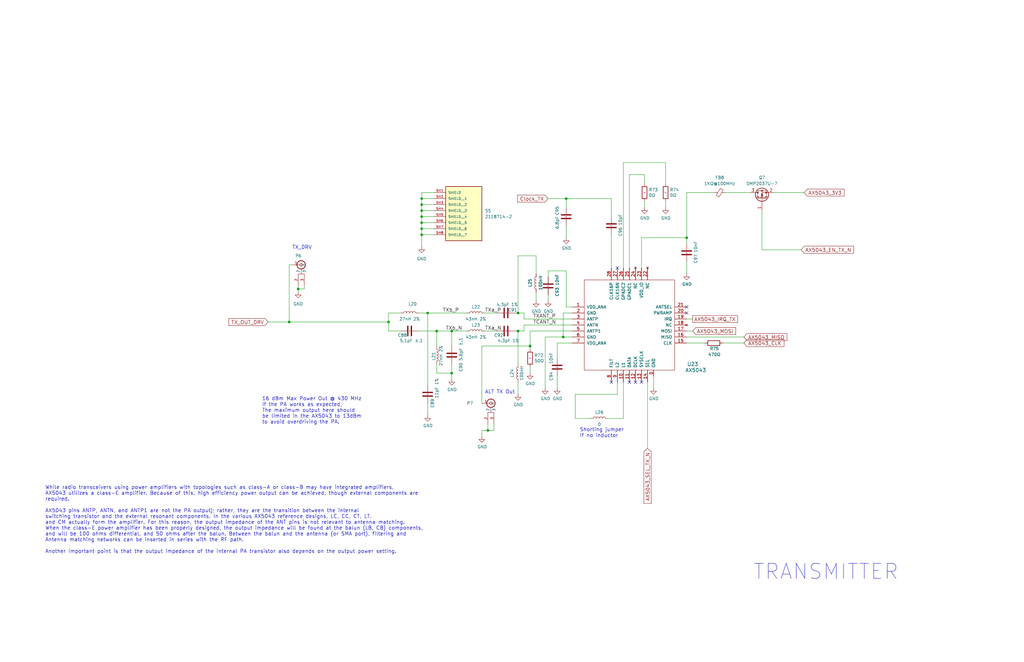
<source format=kicad_sch>
(kicad_sch (version 20250114) (generator "eeschema") (generator_version "9.0")
  (paper "USLedger")
  (title_block (title "Radiation Tolerant PacSat Communication") (date "2023-06-17") (rev "A") (company "AMSAT-NA") (comment 1 "N5BRG"))
  (lib_symbols
    (symbol "Device:C" (pin_numbers (hide yes)) (pin_names (offset 0.254))
      (property "Reference" "C" (at 0.635 2.54 0))
      (property "Value" "C" (at 0.635 -2.54 0))
      (symbol "C_0_1"
        (polyline (pts (xy -2.032 0.762) (xy 2.032 0.762)) (stroke (width 0.508)))
        (polyline (pts (xy -2.032 -0.762) (xy 2.032 -0.762)) (stroke (width 0.508)))
      )
      (symbol "C_1_1"
        (pin passive line (at 0 3.81 270) (length 2.794) (name "~") (number "1"))
        (pin passive line (at 0 -3.81 90) (length 2.794) (name "~") (number "2"))
      )
    )
    (symbol "Device:FerriteBead_Small" (pin_numbers (hide yes)) (pin_names (offset 0))
      (property "Reference" "FB" (at 1.905 1.27 0))
      (property "Value" "FerriteBead_Small" (at 1.905 -1.27 0))
      (symbol "FerriteBead_Small_0_1"
        (polyline (pts (xy -1.8288 0.2794) (xy -1.1176 1.4986) (xy 1.8288 -0.2032) (xy 1.1176 -1.4224) (xy -1.8288 0.2794)))
        (polyline (pts (xy 0 0.889) (xy 0 1.2954)))
        (polyline (pts (xy 0 -1.27) (xy 0 -0.7874)))
      )
      (symbol "FerriteBead_Small_1_1"
        (pin passive line (at 0 2.54 270) (length 1.27) (name "~") (number "1"))
        (pin passive line (at 0 -2.54 90) (length 1.27) (name "~") (number "2"))
      )
    )
    (symbol "Device:L" (pin_numbers (hide yes)) (pin_names (offset 1.016) (hide yes))
      (property "Reference" "L" (at -1.27 0 90))
      (property "Value" "L" (at 1.905 0 90))
      (symbol "L_0_1"
        (arc (start 0 2.54) (mid 0.6323 1.905) (end 0 1.27))
        (arc (start 0 1.27) (mid 0.6323 0.635) (end 0 0))
        (arc (start 0 0) (mid 0.6323 -0.635) (end 0 -1.27))
        (arc (start 0 -1.27) (mid 0.6323 -1.905) (end 0 -2.54))
      )
      (symbol "L_1_1"
        (pin passive line (at 0 3.81 270) (length 1.27) (name "1") (number "1"))
        (pin passive line (at 0 -3.81 90) (length 1.27) (name "2") (number "2"))
      )
    )
    (symbol "Device:R" (pin_numbers (hide yes)) (pin_names (offset 0))
      (property "Reference" "R" (at 2.032 0 90))
      (property "Value" "R" (at 0 0 90))
      (symbol "R_0_1"
        (rectangle (start -1.016 -2.54) (end 1.016 2.54) (stroke (width 0.254)))
      )
      (symbol "R_1_1"
        (pin passive line (at 0 3.81 270) (length 1.27) (name "~") (number "1"))
        (pin passive line (at 0 -3.81 90) (length 1.27) (name "~") (number "2"))
      )
    )
    (symbol "PACSAT_DEV_misc:2118714-2" (pin_names (offset 1.016))
      (property "Reference" "J" (at -7.62 3.302 0))
      (property "Value" "2118714-2" (at -7.62 -22.86 0))
      (symbol "2118714-2_0_0"
        (rectangle (start -7.62 -20.32) (end 7.62 2.54) (stroke (width 0.254)) (fill (type background)))
        (pin passive line (at -12.7 0 0) (length 5.08) (name "SHIELD") (number "SH1"))
        (pin passive line (at -12.7 -2.54 0) (length 5.08) (name "SHIELD__1") (number "SH2"))
        (pin passive line (at -12.7 -5.08 0) (length 5.08) (name "SHIELD__2") (number "SH3"))
        (pin passive line (at -12.7 -7.62 0) (length 5.08) (name "SHIELD__3") (number "SH4"))
        (pin passive line (at -12.7 -10.16 0) (length 5.08) (name "SHIELD__4") (number "SH5"))
        (pin passive line (at -12.7 -12.7 0) (length 5.08) (name "SHIELD__5") (number "SH6"))
        (pin passive line (at -12.7 -15.24 0) (length 5.08) (name "SHIELD__6") (number "SH7"))
        (pin passive line (at -12.7 -17.78 0) (length 5.08) (name "SHIELD__7") (number "SH8"))
      )
    )
    (symbol "PACSAT_DEV_misc:AX5043" (pin_names (offset 1.016))
      (property "Reference" "U156" (at 16.51 -21.59 0))
      (property "Value" "AX5043" (at -5.08 0 0))
      (symbol "AX5043_0_1"
        (rectangle (start -19.05 19.05) (end 19.05 -19.05))
      )
      (symbol "AX5043_1_1"
        (pin passive line (at -24.13 7.62 0) (length 5.08) (name "VDD_ANA") (number "1"))
        (pin input line (at -24.13 5.08 0) (length 5.08) (name "GND") (number "2"))
        (pin bidirectional line (at -24.13 2.54 0) (length 5.08) (name "ANTP") (number "3"))
        (pin bidirectional line (at -24.13 0 0) (length 5.08) (name "ANTN") (number "4"))
        (pin output line (at -24.13 -2.54 0) (length 5.08) (name "ANTP1") (number "5"))
        (pin input line (at -24.13 -5.08 0) (length 5.08) (name "GND") (number "6"))
        (pin passive line (at -24.13 -7.62 0) (length 5.08) (name "VDD_ANA") (number "7"))
        (pin passive line (at -7.62 24.13 270) (length 5.08) (name "CLK16P") (number "28"))
        (pin passive line (at -7.62 -24.13 90) (length 5.08) (name "FILT") (number "8"))
        (pin passive line (at -5.08 24.13 270) (length 5.08) (name "CLK16N") (number "27"))
        (pin passive line (at -5.08 -24.13 90) (length 5.08) (name "L2") (number "9"))
        (pin input line (at -2.54 24.13 270) (length 5.08) (name "GPADC2") (number "26"))
        (pin passive line (at -2.54 -24.13 90) (length 5.08) (name "L1") (number "10"))
        (pin input line (at 0 24.13 270) (length 5.08) (name "GPADC1") (number "25"))
        (pin input line (at 0 -24.13 90) (length 5.08) (name "DATA") (number "11"))
        (pin no_connect line (at 2.54 24.13 270) (length 5.08) (name "NC") (number "24"))
        (pin input line (at 2.54 -24.13 90) (length 5.08) (name "DCLK") (number "12"))
        (pin passive line (at 5.08 24.13 270) (length 5.08) (name "VDD_IO") (number "23"))
        (pin output line (at 5.08 -24.13 90) (length 5.08) (name "SYSCLK") (number "13"))
        (pin no_connect line (at 7.62 24.13 270) (length 5.08) (name "NC") (number "22"))
        (pin input line (at 7.62 -24.13 90) (length 5.08) (name "SEL") (number "14"))
        (pin power_in line (at 10.16 -21.59 90) (length 2.54) (name "GND") (number "0"))
        (pin output line (at 24.13 7.62 180) (length 5.08) (name "ANTSEL") (number "21"))
        (pin output line (at 24.13 5.08 180) (length 5.08) (name "PWRAMP") (number "20"))
        (pin output line (at 24.13 2.54 180) (length 5.08) (name "IRQ") (number "19"))
        (pin no_connect line (at 24.13 0 180) (length 5.08) (name "NC") (number "18"))
        (pin input line (at 24.13 -2.54 180) (length 5.08) (name "MOSI") (number "17"))
        (pin tri_state line (at 24.13 -5.08 180) (length 5.08) (name "MISO") (number "16"))
        (pin input line (at 24.13 -7.62 180) (length 5.08) (name "CLK") (number "15"))
      )
    )
    (symbol "PACSAT_DEV_misc:U_FL"
      (property "Reference" "U" (at -3.81 2.54 0))
      (symbol "U_FL_0_1"
        (polyline (pts (xy -1.27 -3.81) (xy 1.27 -3.81)))
        (circle (center 0 0) (radius 0.508) (stroke (width 0.2032)))
        (circle (center 0 0) (radius 1.778) (stroke (width 0.3048)))
        (polyline (pts (xy 0 -3.81) (xy 0 -1.778)))
      )
      (symbol "U_FL_1_1"
        (pin bidirectional line (at -3.81 0 0) (length 3.302) (name "In") (number "1"))
        (pin power_in line (at -1.27 -8.89 90) (length 5.08) (name "2") (number "2"))
        (pin power_in line (at 1.27 -8.89 90) (length 5.08) (name "3") (number "3"))
      )
    )
    (symbol "Transistor_FET:Q_PMOS_GSD" (pin_names (offset 0) (hide yes))
      (property "Reference" "Q" (at 5.08 1.905 0))
      (property "Value" "Q_PMOS_GSD" (at 5.08 0 0))
      (symbol "Q_PMOS_GSD_0_1"
        (polyline (pts (xy 0.254 1.905) (xy 0.254 -1.905)) (stroke (width 0.254)))
        (polyline (pts (xy 0.254 0) (xy -2.54 0)))
        (polyline (pts (xy 0.762 2.286) (xy 0.762 1.27)) (stroke (width 0.254)))
        (polyline (pts (xy 0.762 1.778) (xy 3.302 1.778) (xy 3.302 -1.778) (xy 0.762 -1.778)))
        (polyline (pts (xy 0.762 0.508) (xy 0.762 -0.508)) (stroke (width 0.254)))
        (polyline (pts (xy 0.762 -1.27) (xy 0.762 -2.286)) (stroke (width 0.254)))
        (circle (center 1.651 0) (radius 2.794) (stroke (width 0.254)))
        (polyline (pts (xy 2.286 0) (xy 1.27 0.381) (xy 1.27 -0.381) (xy 2.286 0)) (fill (type outline)))
        (polyline (pts (xy 2.54 2.54) (xy 2.54 1.778)))
        (circle (center 2.54 1.778) (radius 0.254) (fill (type outline)))
        (circle (center 2.54 -1.778) (radius 0.254) (fill (type outline)))
        (polyline (pts (xy 2.54 -2.54) (xy 2.54 0) (xy 0.762 0)))
        (polyline (pts (xy 2.921 -0.381) (xy 3.683 -0.381)))
        (polyline (pts (xy 3.302 -0.381) (xy 2.921 0.254) (xy 3.683 0.254) (xy 3.302 -0.381)))
      )
      (symbol "Q_PMOS_GSD_1_1"
        (pin input line (at -5.08 0 0) (length 2.54) (name "G") (number "1"))
        (pin passive line (at 2.54 5.08 270) (length 2.54) (name "D") (number "3"))
        (pin passive line (at 2.54 -5.08 90) (length 2.54) (name "S") (number "2"))
      )
    )
    (symbol "power:GND" (power) (pin_numbers (hide yes)) (pin_names (offset 0) (hide yes))
      (property "Value" "GND" (at 0 -3.81 0))
      (symbol "GND_0_1"
        (polyline (pts (xy 0 0) (xy 0 -1.27) (xy 1.27 -1.27) (xy 0 -2.54) (xy -1.27 -1.27) (xy 0 -1.27)))
      )
      (symbol "GND_1_1"
        (pin power_in line (at 0 0 270) (length 0) (name "~") (number "1"))
      )
    )
  )
  (text "TX_DRV" (at 123.19 105.41 0) (effects (font (size 1.524 1.524)) (justify left bottom)))
  (text "16 dBm Max Power Out @ 430 MHz\nIf the PA works as expected,\nThe maximum output here should\nbe limited in the AX5043 to 13dBm\nto avoid overdriving the PA." (at 110.49 179.07 0) (effects (font (size 1.524 1.524)) (justify left bottom)))
  (text "TRANSMITTER" (at 317.5 245.11 0) (effects (font (size 6.35 6.35)) (justify left bottom)))
  (text "While radio transceivers using power amplifiers with topologies such as class-A or class-B may have integrated amplifiers, \nAX5043 utilizes a class-E amplifier. Because of this, high efficiency power output can be achieved, though external components are \nrequired.\n\nAX5043 pins ANTP, ANTN, and ANTP1 are not the PA outputj; rather, they are the transition between the internal \nswitching transistor and the external resonant components. In the various AX5043 reference designs, LC, CC, CT, LT, \nand CM actually form the amplifier. For this reason, the output impedance of the ANT pins is not relevant to antenna matching. \nWhen the class-E power amplifier has been properly designed, the output impedance will be found at the balun (LB, CB) components, \nand will be 100 ohms differential, and 50 ohms after the balun. Between the balun and the antenna (or SMA port), filtering and \nAntenna matching networks can be inserted in series with the RF path.\n\nAnother important point is that the output impedance of the internal PA transistor also depends on the output power setting." (at 19.05 233.68 0) (effects (font (size 1.524 1.524)) (justify left bottom)))
  (text "ALT TX Out" (at 204.47 166.37 0) (effects (font (size 1.524 1.524)) (justify left bottom)))
  (text "Shorting jumper\nif no inductor" (at 244.475 184.785 0) (effects (font (size 1.524 1.524)) (justify left bottom)))
  (junction (at 184.15 139.7))
  (junction (at 180.34 132.08))
  (junction (at 125.73 121.92))
  (junction (at 190.5 139.7))
  (junction (at 177.8 96.52))
  (junction (at 237.49 142.24))
  (junction (at 121.92 135.89))
  (junction (at 205.74 181.61))
  (junction (at 289.56 100.33))
  (junction (at 218.44 139.7))
  (junction (at 177.8 93.98))
  (junction (at 177.8 91.44))
  (junction (at 223.52 146.05))
  (junction (at 177.8 99.06))
  (junction (at 190.5 157.48))
  (junction (at 177.8 83.82))
  (junction (at 218.44 132.08))
  (junction (at 177.8 88.9))
  (junction (at 163.83 135.89))
  (junction (at 177.8 86.36))
  (junction (at 238.76 83.82))
  (no_connect (at 260.35 113.03))
  (no_connect (at 267.97 161.29))
  (no_connect (at 257.81 161.29))
  (no_connect (at 289.56 129.54))
  (no_connect (at 270.51 161.29))
  (no_connect (at 265.43 161.29))
  (no_connect (at 289.56 132.08))
  (wire (pts (xy 180.34 132.08) (xy 196.85 132.08)))
  (wire (pts (xy 326.39 81.28) (xy 339.09 81.28)))
  (wire (pts (xy 265.43 73.66) (xy 271.78 73.66)))
  (wire (pts (xy 238.76 114.3) (xy 231.14 114.3)))
  (wire (pts (xy 163.83 132.08) (xy 168.91 132.08)))
  (wire (pts (xy 237.49 142.24) (xy 241.3 142.24)))
  (wire (pts (xy 121.92 111.76) (xy 121.92 135.89)))
  (wire (pts (xy 177.8 91.44) (xy 182.88 91.44)))
  (wire (pts (xy 223.52 139.7) (xy 241.3 139.7)))
  (wire (pts (xy 177.8 99.06) (xy 177.8 104.14)))
  (wire (pts (xy 184.15 139.7) (xy 190.5 139.7)))
  (wire (pts (xy 280.67 68.58) (xy 280.67 77.47)))
  (wire (pts (xy 306.07 81.28) (xy 316.23 81.28)))
  (wire (pts (xy 177.8 81.28) (xy 177.8 83.82)))
  (wire (pts (xy 177.8 83.82) (xy 177.8 86.36)))
  (wire (pts (xy 256.54 176.53) (xy 262.89 176.53)))
  (wire (pts (xy 205.74 181.61) (xy 208.28 181.61)))
  (wire (pts (xy 180.34 132.08) (xy 180.34 162.56)))
  (wire (pts (xy 238.76 129.54) (xy 238.76 114.3)))
  (wire (pts (xy 204.47 139.7) (xy 209.55 139.7)))
  (wire (pts (xy 163.83 139.7) (xy 168.91 139.7)))
  (wire (pts (xy 257.81 99.06) (xy 257.81 113.03)))
  (wire (pts (xy 177.8 96.52) (xy 182.88 96.52)))
  (wire (pts (xy 177.8 81.28) (xy 182.88 81.28)))
  (wire (pts (xy 208.28 179.07) (xy 208.28 181.61)))
  (wire (pts (xy 260.35 166.37) (xy 242.57 166.37)))
  (wire (pts (xy 204.47 132.08) (xy 209.55 132.08)))
  (wire (pts (xy 231.14 114.3) (xy 231.14 116.84)))
  (wire (pts (xy 289.56 102.87) (xy 289.56 100.33)))
  (wire (pts (xy 203.2 181.61) (xy 205.74 181.61)))
  (wire (pts (xy 231.14 124.46) (xy 231.14 127)))
  (wire (pts (xy 223.52 146.05) (xy 203.2 146.05)))
  (wire (pts (xy 218.44 107.95) (xy 218.44 132.08)))
  (wire (pts (xy 177.8 93.98) (xy 182.88 93.98)))
  (wire (pts (xy 125.73 121.92) (xy 128.27 121.92)))
  (wire (pts (xy 220.98 139.7) (xy 220.98 137.16)))
  (wire (pts (xy 177.8 91.44) (xy 177.8 93.98)))
  (wire (pts (xy 176.53 132.08) (xy 180.34 132.08)))
  (wire (pts (xy 190.5 157.48) (xy 190.5 160.02)))
  (wire (pts (xy 265.43 73.66) (xy 265.43 113.03)))
  (wire (pts (xy 180.34 170.18) (xy 180.34 175.26)))
  (wire (pts (xy 184.15 153.67) (xy 184.15 157.48)))
  (wire (pts (xy 203.2 146.05) (xy 203.2 170.18)))
  (wire (pts (xy 289.56 81.28) (xy 300.99 81.28)))
  (wire (pts (xy 190.5 139.7) (xy 196.85 139.7)))
  (wire (pts (xy 177.8 88.9) (xy 182.88 88.9)))
  (wire (pts (xy 229.87 142.24) (xy 237.49 142.24)))
  (wire (pts (xy 262.89 161.29) (xy 262.89 176.53)))
  (wire (pts (xy 190.5 153.67) (xy 190.5 157.48)))
  (wire (pts (xy 257.81 83.82) (xy 238.76 83.82)))
  (wire (pts (xy 226.06 107.95) (xy 226.06 115.57)))
  (wire (pts (xy 184.15 157.48) (xy 190.5 157.48)))
  (wire (pts (xy 226.06 107.95) (xy 218.44 107.95)))
  (wire (pts (xy 176.53 139.7) (xy 184.15 139.7)))
  (wire (pts (xy 223.52 139.7) (xy 223.52 146.05)))
  (wire (pts (xy 242.57 166.37) (xy 242.57 176.53)))
  (wire (pts (xy 241.3 132.08) (xy 237.49 132.08)))
  (wire (pts (xy 270.51 100.33) (xy 289.56 100.33)))
  (wire (pts (xy 217.17 132.08) (xy 218.44 132.08)))
  (wire (pts (xy 280.67 85.09) (xy 280.67 87.63)))
  (wire (pts (xy 289.56 134.62) (xy 292.1 134.62)))
  (wire (pts (xy 217.17 139.7) (xy 218.44 139.7)))
  (wire (pts (xy 123.19 111.76) (xy 121.92 111.76)))
  (wire (pts (xy 289.56 139.7) (xy 292.1 139.7)))
  (wire (pts (xy 273.05 161.29) (xy 273.05 189.23)))
  (wire (pts (xy 271.78 85.09) (xy 271.78 87.63)))
  (wire (pts (xy 223.52 154.94) (xy 223.52 157.48)))
  (wire (pts (xy 220.98 134.62) (xy 241.3 134.62)))
  (wire (pts (xy 203.2 181.61) (xy 203.2 184.15)))
  (wire (pts (xy 205.74 179.07) (xy 205.74 181.61)))
  (wire (pts (xy 177.8 93.98) (xy 177.8 96.52)))
  (wire (pts (xy 289.56 110.49) (xy 289.56 115.57)))
  (wire (pts (xy 190.5 139.7) (xy 190.5 146.05)))
  (wire (pts (xy 184.15 139.7) (xy 184.15 146.05)))
  (wire (pts (xy 234.95 144.78) (xy 234.95 151.13)))
  (wire (pts (xy 125.73 120.65) (xy 125.73 121.92)))
  (wire (pts (xy 177.8 88.9) (xy 177.8 91.44)))
  (wire (pts (xy 218.44 161.29) (xy 218.44 166.37)))
  (wire (pts (xy 262.89 68.58) (xy 280.67 68.58)))
  (wire (pts (xy 177.8 86.36) (xy 182.88 86.36)))
  (wire (pts (xy 238.76 83.82) (xy 238.76 87.63)))
  (wire (pts (xy 270.51 113.03) (xy 270.51 100.33)))
  (wire (pts (xy 113.03 135.89) (xy 121.92 135.89)))
  (wire (pts (xy 241.3 129.54) (xy 238.76 129.54)))
  (wire (pts (xy 218.44 139.7) (xy 220.98 139.7)))
  (wire (pts (xy 218.44 132.08) (xy 220.98 132.08)))
  (wire (pts (xy 229.87 163.83) (xy 229.87 142.24)))
  (wire (pts (xy 242.57 176.53) (xy 248.92 176.53)))
  (wire (pts (xy 304.8 144.78) (xy 313.69 144.78)))
  (wire (pts (xy 220.98 132.08) (xy 220.98 134.62)))
  (wire (pts (xy 177.8 96.52) (xy 177.8 99.06)))
  (wire (pts (xy 289.56 144.78) (xy 297.18 144.78)))
  (wire (pts (xy 177.8 83.82) (xy 182.88 83.82)))
  (wire (pts (xy 289.56 142.24) (xy 313.69 142.24)))
  (wire (pts (xy 177.8 99.06) (xy 182.88 99.06)))
  (wire (pts (xy 275.59 158.75) (xy 275.59 163.83)))
  (wire (pts (xy 121.92 135.89) (xy 163.83 135.89)))
  (wire (pts (xy 262.89 68.58) (xy 262.89 113.03)))
  (wire (pts (xy 289.56 81.28) (xy 289.56 100.33)))
  (wire (pts (xy 257.81 83.82) (xy 257.81 91.44)))
  (wire (pts (xy 238.76 83.82) (xy 231.14 83.82)))
  (wire (pts (xy 177.8 86.36) (xy 177.8 88.9)))
  (wire (pts (xy 220.98 137.16) (xy 241.3 137.16)))
  (wire (pts (xy 241.3 144.78) (xy 234.95 144.78)))
  (wire (pts (xy 321.31 88.9) (xy 321.31 105.41)))
  (wire (pts (xy 234.95 158.75) (xy 234.95 163.83)))
  (wire (pts (xy 237.49 132.08) (xy 237.49 142.24)))
  (wire (pts (xy 125.73 121.92) (xy 125.73 123.19)))
  (wire (pts (xy 163.83 132.08) (xy 163.83 135.89)))
  (wire (pts (xy 223.52 146.05) (xy 223.52 147.32)))
  (wire (pts (xy 218.44 139.7) (xy 218.44 153.67)))
  (wire (pts (xy 226.06 123.19) (xy 226.06 127)))
  (wire (pts (xy 163.83 135.89) (xy 163.83 139.7)))
  (wire (pts (xy 321.31 105.41) (xy 337.82 105.41)))
  (wire (pts (xy 260.35 161.29) (xy 260.35 166.37)))
  (wire (pts (xy 238.76 95.25) (xy 238.76 100.33)))
  (wire (pts (xy 271.78 73.66) (xy 271.78 77.47)))
  (wire (pts (xy 128.27 120.65) (xy 128.27 121.92)))
  (label "TXa_P" (at 204.47 132.08 0) (effects (font (size 1.524 1.524))))
  (label "TXa_N" (at 204.47 139.7 0) (effects (font (size 1.524 1.524))))
  (label "TXANT_P" (at 224.79 134.62 0) (effects (font (size 1.524 1.524))))
  (label "TCANT_N" (at 224.79 137.16 0) (effects (font (size 1.524 1.524))))
  (label "TXb_P" (at 186.69 132.08 0) (effects (font (size 1.524 1.524))))
  (label "TXb_N" (at 187.96 139.7 0) (effects (font (size 1.524 1.524))))
  (global_label "AX5043_3V3" (shape input) (at 339.09 81.28 0) (effects (font (size 1.524 1.524))) (property "Intersheetrefs" "${INTERSHEET_REFS}" (effects (hide yes))))
  (global_label "AX5043_CLK" (shape input) (at 313.69 144.78 0) (effects (font (size 1.524 1.524))) (property "Intersheetrefs" "${INTERSHEET_REFS}" (effects (hide yes))))
  (global_label "AX5043_MISO" (shape input) (at 313.69 142.24 0) (effects (font (size 1.524 1.524))) (property "Intersheetrefs" "${INTERSHEET_REFS}" (effects (hide yes))))
  (global_label "AX5043_SEL_TX_N" (shape input) (at 273.05 189.23 270) (effects (font (size 1.524 1.524))) (property "Intersheetrefs" "${INTERSHEET_REFS}" (effects (hide yes))))
  (global_label "Clock_TX" (shape input) (at 231.14 83.82 180) (effects (font (size 1.524 1.524))) (property "Intersheetrefs" "${INTERSHEET_REFS}" (effects (hide yes))))
  (global_label "AX5043_EN_TX_N" (shape input) (at 337.82 105.41 0) (effects (font (size 1.524 1.524))) (property "Intersheetrefs" "${INTERSHEET_REFS}" (effects (hide yes))))
  (global_label "AX5043_MOSI" (shape input) (at 292.1 139.7 0) (effects (font (size 1.524 1.524))) (property "Intersheetrefs" "${INTERSHEET_REFS}" (effects (hide yes))))
  (global_label "AX5043_IRQ_TX" (shape passive) (at 292.1 134.62 0) (effects (font (size 1.524 1.524))) (property "Intersheetrefs" "${INTERSHEET_REFS}" (effects (hide yes))))
  (global_label "TX_OUT_DRV" (shape input) (at 113.03 135.89 180) (effects (font (size 1.524 1.524))) (property "Intersheetrefs" "${INTERSHEET_REFS}" (effects (hide yes))))
  (symbol (lib_id "Device:C") (at 213.36 132.08 270) (unit 1)
    (property "Reference" "C91" (at 216.154 130.81 90))
    (property "Value" "4.3pF 1%" (at 213.868 128.524 90))
    (property "Footprint" "Capacitor_SMD:C_0402_1005Metric_Pad0.74x0.62mm_HandSolder" (effects (hide yes)))
    (property "Datasheet" "~" (at 213.36 132.08 0))
  )
  (symbol (lib_id "power:GND") (at 289.56 115.57 0) (unit 1)
    (property "Reference" "#PWR0201" (effects (hide yes)))
    (property "Value" "GND" (at 289.687 119.9642 0))
  )
  (symbol (lib_id "Device:C") (at 213.36 139.7 270) (unit 1)
    (property "Reference" "C92" (at 210.312 141.478 90))
    (property "Value" "4.3pF 1%" (at 214.376 143.764 90))
    (property "Footprint" "Capacitor_SMD:C_0402_1005Metric_Pad0.74x0.62mm_HandSolder" (effects (hide yes)))
    (property "Datasheet" "~" (at 213.36 139.7 0))
  )
  (symbol (lib_id "Device:C") (at 231.14 120.65 0) (unit 1)
    (property "Reference" "C93" (at 234.95 123.19 90))
    (property "Value" "10nF" (at 234.95 118.11 90))
    (property "Footprint" "Capacitor_SMD:C_0402_1005Metric_Pad0.74x0.62mm_HandSolder" (effects (hide yes)))
    (property "Datasheet" "~" (at 231.14 120.65 0))
  )
  (symbol (lib_id "power:GND") (at 226.06 127 0) (unit 1)
    (property "Reference" "#PWR0193" (effects (hide yes)))
    (property "Value" "GND" (at 226.187 131.3942 0))
  )
  (symbol (lib_id "power:GND") (at 218.44 166.37 0) (unit 1)
    (property "Reference" "#PWR0191" (effects (hide yes)))
    (property "Value" "GND" (at 218.567 170.7642 0))
  )
  (symbol (lib_id "Device:C") (at 289.56 106.68 0) (unit 1)
    (property "Reference" "C97" (at 293.37 109.22 90))
    (property "Value" "10nF" (at 293.37 104.14 90))
    (property "Footprint" "Capacitor_SMD:C_0402_1005Metric_Pad0.74x0.62mm_HandSolder" (effects (hide yes)))
    (property "Datasheet" "~" (at 289.56 106.68 0))
  )
  (symbol (lib_id "power:GND") (at 231.14 127 0) (unit 1)
    (property "Reference" "#PWR0195" (effects (hide yes)))
    (property "Value" "GND" (at 231.267 131.3942 0))
  )
  (symbol (lib_id "power:GND") (at 229.87 163.83 0) (unit 1)
    (property "Reference" "#PWR0194" (effects (hide yes)))
    (property "Value" "GND" (at 229.997 168.2242 0))
  )
  (symbol (lib_id "Device:C") (at 190.5 149.86 0) (unit 1)
    (property "Reference" "C90" (at 194.31 154.94 90))
    (property "Value" "5.6pF ±.1" (at 194.31 147.32 90))
    (property "Footprint" "Capacitor_SMD:C_0402_1005Metric_Pad0.74x0.62mm_HandSolder" (effects (hide yes)))
    (property "Datasheet" "~" (at 190.5 149.86 0))
  )
  (symbol (lib_id "Device:L") (at 184.15 149.86 0) (unit 1)
    (property "Reference" "L21" (at 182.88 150.368 90))
    (property "Value" "27nH 2%" (at 185.928 150.114 90))
    (property "Footprint" "Inductor_SMD:L_0603_1608Metric_Pad1.05x0.95mm_HandSolder" (effects (hide yes)))
  )
  (symbol (lib_id "power:GND") (at 190.5 160.02 0) (unit 1)
    (property "Reference" "#PWR0189" (effects (hide yes)))
    (property "Value" "GND" (at 190.627 164.4142 0))
  )
  (symbol (lib_id "Device:C") (at 172.72 139.7 270) (unit 1)
    (property "Reference" "C88" (at 169.672 141.478 90))
    (property "Value" "5.1pF ±.1" (at 173.482 143.764 90))
    (property "Footprint" "Capacitor_SMD:C_0402_1005Metric_Pad0.74x0.62mm_HandSolder" (effects (hide yes)))
    (property "Datasheet" "~" (at 172.72 139.7 0))
  )
  (symbol (lib_id "Device:C") (at 180.34 166.37 0) (unit 1)
    (property "Reference" "C89" (at 182.372 170.18 90))
    (property "Value" "11pF 1%" (at 184.15 163.83 90))
    (property "Footprint" "Capacitor_SMD:C_0402_1005Metric_Pad0.74x0.62mm_HandSolder" (effects (hide yes)))
    (property "Datasheet" "~" (at 180.34 166.37 0))
  )
  (symbol (lib_id "power:GND") (at 180.34 175.26 0) (unit 1)
    (property "Reference" "#PWR0188" (effects (hide yes)))
    (property "Value" "GND" (at 180.467 179.6542 0))
  )
  (symbol (lib_id "Device:C") (at 234.95 154.94 0) (unit 1)
    (property "Reference" "C94" (at 232.41 158.75 90))
    (property "Value" "10nF" (at 232.41 151.13 90))
    (property "Footprint" "Capacitor_SMD:C_0402_1005Metric_Pad0.74x0.62mm_HandSolder" (effects (hide yes)))
    (property "Datasheet" "~" (at 234.95 154.94 0))
  )
  (symbol (lib_id "power:GND") (at 234.95 163.83 0) (unit 1)
    (property "Reference" "#PWR0196" (effects (hide yes)))
    (property "Value" "GND" (at 235.077 168.2242 0))
  )
  (symbol (lib_id "Device:R") (at 271.78 81.28 0) (unit 1)
    (property "Reference" "R73" (at 273.558 80.1116 0) (effects (justify left)))
    (property "Value" "0Ω" (at 273.558 82.423 0) (effects (justify left)))
    (property "Footprint" "Resistor_SMD:R_0402_1005Metric_Pad0.72x0.64mm_HandSolder" (effects (hide yes)))
    (property "Datasheet" "~" (at 271.78 81.28 0))
  )
  (symbol (lib_id "Device:R") (at 280.67 81.28 0) (unit 1)
    (property "Reference" "R74" (at 282.448 80.1116 0) (effects (justify left)))
    (property "Value" "0Ω" (at 282.448 82.423 0) (effects (justify left)))
    (property "Footprint" "Resistor_SMD:R_0402_1005Metric_Pad0.72x0.64mm_HandSolder" (effects (hide yes)))
    (property "Datasheet" "~" (at 280.67 81.28 0))
  )
  (symbol (lib_id "power:GND") (at 271.78 87.63 0) (unit 1)
    (property "Reference" "#PWR0198" (effects (hide yes)))
    (property "Value" "GND" (at 271.907 92.0242 0))
  )
  (symbol (lib_id "power:GND") (at 280.67 87.63 0) (unit 1)
    (property "Reference" "#PWR0200" (effects (hide yes)))
    (property "Value" "GND" (at 280.797 92.0242 0))
  )
  (symbol (lib_id "Device:R") (at 223.52 151.13 0) (unit 1)
    (property "Reference" "R72" (at 225.298 149.9616 0) (effects (justify left)))
    (property "Value" "50Ω" (at 225.298 152.273 0) (effects (justify left)))
    (property "Footprint" "Resistor_SMD:R_0402_1005Metric_Pad0.72x0.64mm_HandSolder" (effects (hide yes)))
    (property "Datasheet" "~" (at 223.52 151.13 0))
  )
  (symbol (lib_id "power:GND") (at 223.52 157.48 0) (unit 1)
    (property "Reference" "#PWR0192" (effects (hide yes)))
    (property "Value" "GND" (at 223.647 161.8742 0))
  )
  (symbol (lib_id "power:GND") (at 177.8 104.14 0) (unit 1)
    (property "Reference" "#PWR0187" (effects (hide yes)))
    (property "Value" "GND" (at 177.8 109.22 0))
  )
  (symbol (lib_id "Device:C") (at 257.81 95.25 0) (unit 1)
    (property "Reference" "C96" (at 261.62 97.79 90))
    (property "Value" "10pF" (at 261.62 92.71 90))
    (property "Footprint" "Capacitor_SMD:C_0402_1005Metric_Pad0.74x0.62mm_HandSolder" (effects (hide yes)))
    (property "Datasheet" "~" (at 257.81 95.25 0))
  )
  (symbol (lib_id "Device:FerriteBead_Small") (at 303.53 81.28 90) (unit 1)
    (property "Reference" "FB8" (at 303.4919 74.93 90))
    (property "Value" "1KΩ@100MHz" (at 303.4919 77.47 90))
    (property "Footprint" "Inductor_SMD:L_0603_1608Metric_Pad1.05x0.95mm_HandSolder" (effects (hide yes)))
    (property "Description" "FerriteBead_Small" (effects (hide yes)))
  )
  (symbol (lib_id "power:GND") (at 275.59 163.83 0) (unit 1)
    (property "Reference" "#PWR0199" (effects (hide yes)))
    (property "Value" "GND" (at 275.717 168.2242 0))
  )
  (symbol (lib_id "Device:L") (at 200.66 139.7 90) (unit 1)
    (property "Reference" "L23" (at 200.66 137.16 90))
    (property "Value" "43nH 2%" (at 200.66 142.24 90))
    (property "Footprint" "Inductor_SMD:L_0603_1608Metric_Pad1.05x0.95mm_HandSolder" (effects (hide yes)))
  )
  (symbol (lib_id "PACSAT_DEV_misc:U_FL") (at 207.01 170.18 0) (unit 1)
    (property "Reference" "P7" (at 196.85 170.18 0) (effects (justify left)))
    (property "Value" "CONUFL001-SMD-T" (effects (hide yes)))
    (property "Footprint" "PacSatDev_misc:CONN1_CONUFL_TEC" (effects (hide yes)))
  )
  (symbol (lib_id "Device:L") (at 226.06 119.38 180) (unit 1)
    (property "Reference" "L25" (at 223.52 119.38 90))
    (property "Value" "100nH" (at 227.965 119.38 90))
    (property "Footprint" "Inductor_SMD:L_0603_1608Metric_Pad1.05x0.95mm_HandSolder" (effects (hide yes)))
  )
  (symbol (lib_id "Device:L") (at 252.73 176.53 90) (unit 1)
    (property "Reference" "L26" (at 252.73 173.99 90))
    (property "Value" "0" (at 252.73 179.07 90))
    (property "Footprint" "Inductor_SMD:L_0603_1608Metric_Pad1.05x0.95mm_HandSolder" (effects (hide yes)))
  )
  (symbol (lib_id "Device:R") (at 300.99 144.78 90) (unit 1)
    (property "Reference" "R75" (at 301.244 147.066 90))
    (property "Value" "470Ω" (at 301.244 149.606 90))
    (property "Footprint" "Resistor_SMD:R_0402_1005Metric_Pad0.72x0.64mm_HandSolder" (effects (hide yes)))
    (property "Description" "Resistor" (effects (hide yes)))
  )
  (symbol (lib_id "Device:L") (at 200.66 132.08 90) (unit 1)
    (property "Reference" "L22" (at 200.66 129.54 90))
    (property "Value" "43nH 2%" (at 200.66 134.62 90))
    (property "Footprint" "Inductor_SMD:L_0603_1608Metric_Pad1.05x0.95mm_HandSolder" (effects (hide yes)))
  )
  (symbol (lib_id "power:GND") (at 125.73 123.19 0) (unit 1)
    (property "Reference" "#PWR0184" (effects (hide yes)))
    (property "Value" "GND" (at 125.73 128.27 0))
  )
  (symbol (lib_id "power:GND") (at 203.2 184.15 0) (unit 1)
    (property "Reference" "#PWR0190" (effects (hide yes)))
    (property "Value" "GND" (at 203.327 188.5442 0))
  )
  (symbol (lib_id "PACSAT_DEV_misc:AX5043") (at 265.43 137.16 0) (unit 1)
    (property "Reference" "U23" (at 292.1 153.67 0) (effects (font (size 1.524 1.524))))
    (property "Value" "AX5043" (at 293.37 156.21 0) (effects (font (size 1.524 1.524))))
    (property "Footprint" "PacSatDev_onsemi:QFN28" (effects (hide yes)))
  )
  (symbol (lib_id "PACSAT_DEV_misc:2118714-2") (at 195.58 81.28 0) (unit 1)
    (property "Reference" "S5" (at 204.47 88.8999 0) (effects (justify left)))
    (property "Value" "2118714-2" (at 204.47 91.4399 0) (effects (justify left)))
    (property "Footprint" "PacSatDev_misc:TE_2118714-2" (effects (hide yes)))
    (property "PARTREV" "A2" (effects (hide yes)))
    (property "MANUFACTURER" "TE Connectivity" (effects (hide yes)))
    (property "MAXIMUM_PACKAGE_HEIGHT" "2.54mm" (effects (hide yes)))
    (property "STANDARD" "Manufacturer Recommendations" (effects (hide yes)))
  )
  (symbol (lib_id "Device:L") (at 218.44 157.48 180) (unit 1)
    (property "Reference" "L24" (at 215.9 157.48 90))
    (property "Value" "100nH" (at 219.964 157.48 90))
    (property "Footprint" "Inductor_SMD:L_0603_1608Metric_Pad1.05x0.95mm_HandSolder" (effects (hide yes)))
  )
  (symbol (lib_id "power:GND") (at 238.76 100.33 0) (unit 1)
    (property "Reference" "#PWR0197" (effects (hide yes)))
    (property "Value" "GND" (at 238.887 104.7242 0))
  )
  (symbol (lib_id "Device:C") (at 238.76 91.44 180) (unit 1)
    (property "Reference" "C95" (at 234.95 88.9 90))
    (property "Value" "6.8pF" (at 234.95 93.98 90))
    (property "Footprint" "Capacitor_SMD:C_0402_1005Metric_Pad0.74x0.62mm_HandSolder" (effects (hide yes)))
    (property "Datasheet" "~" (at 238.76 91.44 0))
  )
  (symbol (lib_id "PACSAT_DEV_misc:U_FL") (at 127 111.76 0) (unit 1)
    (property "Reference" "P6" (at 124.46 107.95 0) (effects (justify left)))
    (property "Value" "CONUFL001-SMD-T" (effects (hide yes)))
    (property "Footprint" "PacSatDev_misc:CONN1_CONUFL_TEC" (effects (hide yes)))
  )
  (symbol (lib_id "Device:L") (at 172.72 132.08 90) (unit 1)
    (property "Reference" "L20" (at 173.99 128.27 90))
    (property "Value" "27nH 2%" (at 172.72 134.62 90))
    (property "Footprint" "Inductor_SMD:L_0603_1608Metric_Pad1.05x0.95mm_HandSolder" (effects (hide yes)))
  )
  (symbol (lib_id "Transistor_FET:Q_PMOS_GSD") (at 321.31 83.82 90) (unit 1)
    (property "Reference" "Q7" (at 321.31 74.93 90))
    (property "Value" "DMP2037U-7" (at 321.31 77.47 90))
    (property "Footprint" "Package_TO_SOT_SMD:SOT-23" (effects (hide yes)))
    (property "Description" "P-MOSFET transistor, gate/source/drain" (effects (hide yes)))
  )
)
</source>
